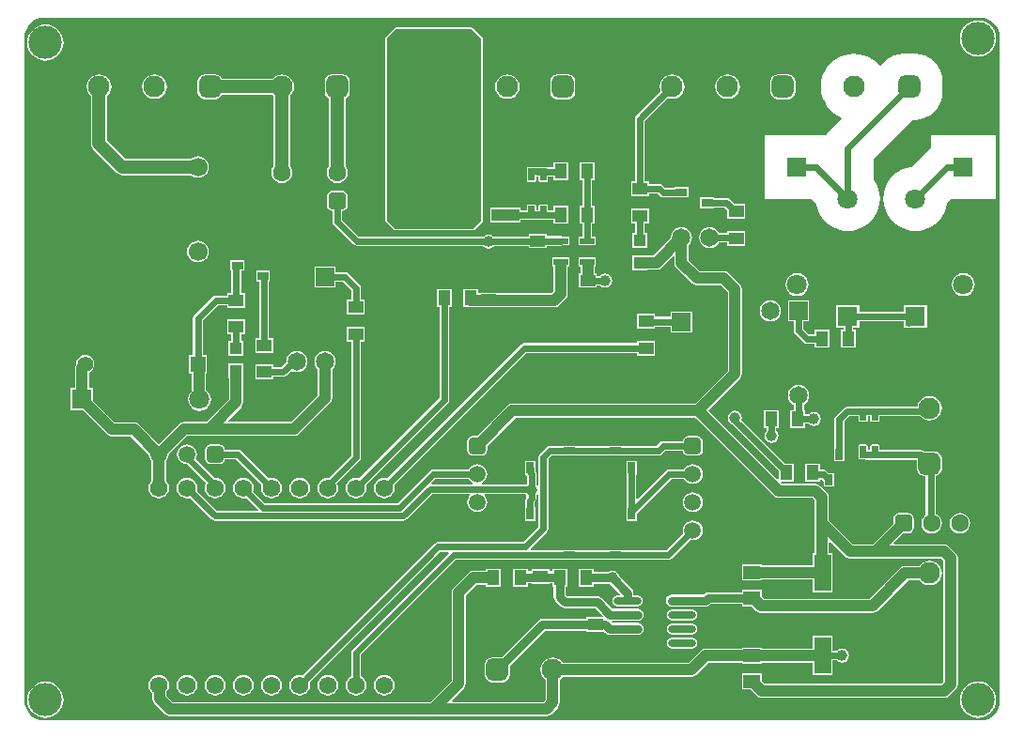
<source format=gtl>
G04*
G04 #@! TF.GenerationSoftware,Altium Limited,Altium Designer,24.5.2 (23)*
G04*
G04 Layer_Physical_Order=1*
G04 Layer_Color=255*
%FSLAX24Y24*%
%MOIN*%
G70*
G04*
G04 #@! TF.SameCoordinates,E7139566-C2F9-4FF9-B4CB-33A722262EA0*
G04*
G04*
G04 #@! TF.FilePolarity,Positive*
G04*
G01*
G75*
%ADD20R,0.0650X0.0236*%
%ADD23R,0.0669X0.0394*%
%ADD26R,0.0591X0.0472*%
%ADD27R,0.0591X0.1299*%
%ADD30R,0.0984X0.0433*%
%ADD31R,0.0413X0.0256*%
%ADD32R,0.0256X0.0413*%
%ADD33R,0.0520X0.0220*%
%ADD35O,0.0984X0.0276*%
%ADD62R,0.0551X0.0551*%
%ADD63C,0.0551*%
%ADD64C,0.0669*%
%ADD71R,0.0433X0.0531*%
%ADD72R,0.0276X0.0394*%
%ADD73R,0.0531X0.0433*%
%ADD74R,0.0394X0.0531*%
%ADD75R,0.0433X0.0433*%
%ADD76R,0.0394X0.0276*%
%ADD77R,0.2559X0.2323*%
%ADD78R,0.0531X0.0394*%
%ADD79C,0.0236*%
%ADD80C,0.0394*%
%ADD81C,0.0315*%
%ADD82C,0.0472*%
%ADD83C,0.0650*%
%ADD84R,0.0650X0.0650*%
G04:AMPARAMS|DCode=85|XSize=63mil|YSize=63mil|CornerRadius=15.7mil|HoleSize=0mil|Usage=FLASHONLY|Rotation=0.000|XOffset=0mil|YOffset=0mil|HoleType=Round|Shape=RoundedRectangle|*
%AMROUNDEDRECTD85*
21,1,0.0630,0.0315,0,0,0.0*
21,1,0.0315,0.0630,0,0,0.0*
1,1,0.0315,0.0157,-0.0157*
1,1,0.0315,-0.0157,-0.0157*
1,1,0.0315,-0.0157,0.0157*
1,1,0.0315,0.0157,0.0157*
%
%ADD85ROUNDEDRECTD85*%
%ADD86C,0.0630*%
G04:AMPARAMS|DCode=87|XSize=76.8mil|YSize=76.8mil|CornerRadius=19.2mil|HoleSize=0mil|Usage=FLASHONLY|Rotation=90.000|XOffset=0mil|YOffset=0mil|HoleType=Round|Shape=RoundedRectangle|*
%AMROUNDEDRECTD87*
21,1,0.0768,0.0384,0,0,90.0*
21,1,0.0384,0.0768,0,0,90.0*
1,1,0.0384,0.0192,0.0192*
1,1,0.0384,0.0192,-0.0192*
1,1,0.0384,-0.0192,-0.0192*
1,1,0.0384,-0.0192,0.0192*
%
%ADD87ROUNDEDRECTD87*%
%ADD88C,0.0768*%
%ADD89R,0.0620X0.0620*%
%ADD90C,0.0620*%
G04:AMPARAMS|DCode=91|XSize=63mil|YSize=63mil|CornerRadius=15.7mil|HoleSize=0mil|Usage=FLASHONLY|Rotation=90.000|XOffset=0mil|YOffset=0mil|HoleType=Round|Shape=RoundedRectangle|*
%AMROUNDEDRECTD91*
21,1,0.0630,0.0315,0,0,90.0*
21,1,0.0315,0.0630,0,0,90.0*
1,1,0.0315,0.0157,0.0157*
1,1,0.0315,0.0157,-0.0157*
1,1,0.0315,-0.0157,-0.0157*
1,1,0.0315,-0.0157,0.0157*
%
%ADD91ROUNDEDRECTD91*%
%ADD92C,0.1181*%
%ADD93C,0.0709*%
%ADD94R,0.0709X0.0709*%
G04:AMPARAMS|DCode=95|XSize=76.8mil|YSize=76.8mil|CornerRadius=19.2mil|HoleSize=0mil|Usage=FLASHONLY|Rotation=180.000|XOffset=0mil|YOffset=0mil|HoleType=Round|Shape=RoundedRectangle|*
%AMROUNDEDRECTD95*
21,1,0.0768,0.0384,0,0,180.0*
21,1,0.0384,0.0768,0,0,180.0*
1,1,0.0384,-0.0192,0.0192*
1,1,0.0384,0.0192,0.0192*
1,1,0.0384,0.0192,-0.0192*
1,1,0.0384,-0.0192,-0.0192*
%
%ADD95ROUNDEDRECTD95*%
%ADD96C,0.0598*%
G04:AMPARAMS|DCode=97|XSize=59.8mil|YSize=59.8mil|CornerRadius=15mil|HoleSize=0mil|Usage=FLASHONLY|Rotation=270.000|XOffset=0mil|YOffset=0mil|HoleType=Round|Shape=RoundedRectangle|*
%AMROUNDEDRECTD97*
21,1,0.0598,0.0299,0,0,270.0*
21,1,0.0299,0.0598,0,0,270.0*
1,1,0.0299,-0.0150,-0.0150*
1,1,0.0299,-0.0150,0.0150*
1,1,0.0299,0.0150,0.0150*
1,1,0.0299,0.0150,-0.0150*
%
%ADD97ROUNDEDRECTD97*%
G04:AMPARAMS|DCode=98|XSize=59.8mil|YSize=59.8mil|CornerRadius=15mil|HoleSize=0mil|Usage=FLASHONLY|Rotation=180.000|XOffset=0mil|YOffset=0mil|HoleType=Round|Shape=RoundedRectangle|*
%AMROUNDEDRECTD98*
21,1,0.0598,0.0299,0,0,180.0*
21,1,0.0299,0.0598,0,0,180.0*
1,1,0.0299,-0.0150,0.0150*
1,1,0.0299,0.0150,0.0150*
1,1,0.0299,0.0150,-0.0150*
1,1,0.0299,-0.0150,-0.0150*
%
%ADD98ROUNDEDRECTD98*%
%ADD99R,0.0709X0.0709*%
%ADD100C,0.0394*%
G36*
X-1069Y25048D02*
X32147Y25048D01*
X32151Y25047D01*
Y25047D01*
X32151Y25048D01*
X32287Y25034D01*
X32418Y24994D01*
X32538Y24930D01*
X32644Y24843D01*
X32731Y24738D01*
X32795Y24617D01*
X32835Y24486D01*
X32848Y24351D01*
X32848Y24350D01*
X32848Y800D01*
X32848Y799D01*
X32835Y664D01*
X32795Y533D01*
X32731Y412D01*
X32644Y307D01*
X32538Y220D01*
X32418Y156D01*
X32287Y116D01*
X32151Y102D01*
X32151Y103D01*
Y103D01*
X32147Y102D01*
X-1069D01*
X-1071Y102D01*
X-1206Y115D01*
X-1336Y155D01*
X-1457Y219D01*
X-1563Y306D01*
X-1649Y412D01*
X-1714Y532D01*
X-1753Y663D01*
X-1767Y798D01*
X-1767Y799D01*
X-1767Y24351D01*
X-1767Y24352D01*
X-1753Y24487D01*
X-1714Y24618D01*
X-1649Y24738D01*
X-1563Y24844D01*
X-1457Y24931D01*
X-1336Y24995D01*
X-1206Y25035D01*
X-1071Y25048D01*
X-1069Y25048D01*
D02*
G37*
%LPC*%
G36*
X32071Y24959D02*
X31946Y24947D01*
X31825Y24910D01*
X31714Y24851D01*
X31616Y24771D01*
X31536Y24673D01*
X31477Y24562D01*
X31440Y24441D01*
X31428Y24316D01*
X31440Y24190D01*
X31477Y24069D01*
X31536Y23958D01*
X31616Y23861D01*
X31714Y23781D01*
X31825Y23721D01*
X31946Y23684D01*
X32071Y23672D01*
X32197Y23684D01*
X32318Y23721D01*
X32429Y23781D01*
X32526Y23861D01*
X32606Y23958D01*
X32666Y24069D01*
X32703Y24190D01*
X32715Y24316D01*
X32703Y24441D01*
X32666Y24562D01*
X32606Y24673D01*
X32526Y24771D01*
X32429Y24851D01*
X32318Y24910D01*
X32197Y24947D01*
X32071Y24959D01*
D02*
G37*
G36*
X-1023Y24809D02*
X-1149Y24797D01*
X-1270Y24760D01*
X-1381Y24701D01*
X-1478Y24621D01*
X-1558Y24523D01*
X-1618Y24412D01*
X-1655Y24291D01*
X-1667Y24166D01*
X-1655Y24040D01*
X-1618Y23919D01*
X-1558Y23808D01*
X-1478Y23711D01*
X-1381Y23631D01*
X-1270Y23571D01*
X-1149Y23534D01*
X-1023Y23522D01*
X-898Y23534D01*
X-777Y23571D01*
X-666Y23631D01*
X-568Y23711D01*
X-488Y23808D01*
X-429Y23919D01*
X-392Y24040D01*
X-380Y24166D01*
X-392Y24291D01*
X-429Y24412D01*
X-488Y24523D01*
X-568Y24621D01*
X-666Y24701D01*
X-777Y24760D01*
X-898Y24797D01*
X-1023Y24809D01*
D02*
G37*
G36*
X29826Y23776D02*
X29442D01*
X29250Y23757D01*
X29066Y23701D01*
X28896Y23610D01*
X28746Y23488D01*
X28632Y23349D01*
X28576Y23338D01*
X28497Y23431D01*
X28356Y23551D01*
X28199Y23647D01*
X28029Y23717D01*
X27850Y23760D01*
X27666Y23775D01*
X27482Y23760D01*
X27303Y23717D01*
X27132Y23647D01*
X26975Y23551D01*
X26835Y23431D01*
X26715Y23291D01*
X26619Y23133D01*
X26548Y22963D01*
X26505Y22784D01*
X26491Y22600D01*
X26505Y22416D01*
X26548Y22237D01*
X26619Y22067D01*
X26715Y21909D01*
X26835Y21769D01*
X26975Y21649D01*
X27132Y21553D01*
X27210Y21521D01*
X27220Y21472D01*
X26807Y21059D01*
X26693Y20921D01*
X26677Y20890D01*
X24508D01*
Y18606D01*
X26180D01*
X26317Y18470D01*
X26319Y18444D01*
X26361Y18269D01*
X26430Y18103D01*
X26523Y17950D01*
X26640Y17813D01*
X26777Y17697D01*
X26930Y17603D01*
X27096Y17534D01*
X27271Y17492D01*
X27450Y17478D01*
X27629Y17492D01*
X27804Y17534D01*
X27970Y17603D01*
X28123Y17697D01*
X28260Y17813D01*
X28377Y17950D01*
X28470Y18103D01*
X28539Y18269D01*
X28581Y18444D01*
X28595Y18623D01*
X28581Y18802D01*
X28539Y18977D01*
X28470Y19143D01*
X28377Y19296D01*
X28360Y19316D01*
Y20039D01*
X29745Y21424D01*
X29826D01*
X30018Y21443D01*
X30203Y21499D01*
X30373Y21590D01*
X30522Y21712D01*
X30644Y21861D01*
X30735Y22031D01*
X30791Y22216D01*
X30810Y22408D01*
Y22792D01*
X30791Y22984D01*
X30735Y23169D01*
X30644Y23339D01*
X30522Y23488D01*
X30373Y23610D01*
X30203Y23701D01*
X30018Y23757D01*
X29826Y23776D01*
D02*
G37*
G36*
X23182Y23038D02*
X23068Y23023D01*
X22963Y22979D01*
X22872Y22909D01*
X22803Y22819D01*
X22759Y22713D01*
X22744Y22600D01*
X22759Y22487D01*
X22803Y22381D01*
X22872Y22291D01*
X22963Y22221D01*
X23068Y22177D01*
X23182Y22162D01*
X23295Y22177D01*
X23400Y22221D01*
X23491Y22291D01*
X23560Y22381D01*
X23604Y22487D01*
X23619Y22600D01*
X23604Y22713D01*
X23560Y22819D01*
X23491Y22909D01*
X23400Y22979D01*
X23295Y23023D01*
X23182Y23038D01*
D02*
G37*
G36*
X21213D02*
X21100Y23023D01*
X20994Y22979D01*
X20904Y22909D01*
X20834Y22819D01*
X20790Y22713D01*
X20775Y22600D01*
X20790Y22487D01*
X20810Y22439D01*
X19949Y21579D01*
X19912Y21523D01*
X19899Y21457D01*
Y19239D01*
X19755D01*
Y18706D01*
X20386D01*
Y18801D01*
X20707D01*
X20779Y18729D01*
X20834Y18692D01*
X20900Y18679D01*
X21300D01*
Y18662D01*
X21794D01*
Y19038D01*
X21300D01*
Y19021D01*
X20971D01*
X20899Y19094D01*
X20843Y19131D01*
X20778Y19144D01*
X20386D01*
Y19239D01*
X20242D01*
Y21386D01*
X21052Y22197D01*
X21100Y22177D01*
X21213Y22162D01*
X21326Y22177D01*
X21432Y22221D01*
X21522Y22291D01*
X21592Y22381D01*
X21636Y22487D01*
X21651Y22600D01*
X21636Y22713D01*
X21592Y22819D01*
X21522Y22909D01*
X21432Y22979D01*
X21326Y23023D01*
X21213Y23038D01*
D02*
G37*
G36*
X15366D02*
X15252Y23023D01*
X15147Y22979D01*
X15056Y22909D01*
X14987Y22819D01*
X14943Y22713D01*
X14928Y22600D01*
X14943Y22487D01*
X14987Y22381D01*
X15056Y22291D01*
X15147Y22221D01*
X15252Y22177D01*
X15366Y22162D01*
X15479Y22177D01*
X15585Y22221D01*
X15675Y22291D01*
X15745Y22381D01*
X15788Y22487D01*
X15803Y22600D01*
X15788Y22713D01*
X15745Y22819D01*
X15675Y22909D01*
X15585Y22979D01*
X15479Y23023D01*
X15366Y23038D01*
D02*
G37*
G36*
X2850D02*
X2737Y23023D01*
X2631Y22979D01*
X2541Y22909D01*
X2471Y22819D01*
X2427Y22713D01*
X2412Y22600D01*
X2427Y22487D01*
X2471Y22381D01*
X2541Y22291D01*
X2631Y22221D01*
X2737Y22177D01*
X2850Y22162D01*
X2963Y22177D01*
X3069Y22221D01*
X3159Y22291D01*
X3229Y22381D01*
X3273Y22487D01*
X3288Y22600D01*
X3273Y22713D01*
X3229Y22819D01*
X3159Y22909D01*
X3069Y22979D01*
X2963Y23023D01*
X2850Y23038D01*
D02*
G37*
G36*
X25342Y23039D02*
X24958D01*
X24864Y23020D01*
X24784Y22966D01*
X24730Y22886D01*
X24711Y22792D01*
Y22408D01*
X24730Y22314D01*
X24784Y22234D01*
X24864Y22180D01*
X24958Y22161D01*
X25342D01*
X25436Y22180D01*
X25516Y22234D01*
X25570Y22314D01*
X25589Y22408D01*
Y22792D01*
X25570Y22886D01*
X25516Y22966D01*
X25436Y23020D01*
X25342Y23039D01*
D02*
G37*
G36*
X17526D02*
X17142D01*
X17048Y23020D01*
X16968Y22966D01*
X16914Y22886D01*
X16896Y22792D01*
Y22408D01*
X16914Y22314D01*
X16968Y22234D01*
X17048Y22180D01*
X17142Y22161D01*
X17526D01*
X17621Y22180D01*
X17701Y22234D01*
X17754Y22314D01*
X17773Y22408D01*
Y22792D01*
X17754Y22886D01*
X17701Y22966D01*
X17621Y23020D01*
X17526Y23039D01*
D02*
G37*
G36*
X882Y23038D02*
X768Y23023D01*
X663Y22979D01*
X572Y22909D01*
X503Y22819D01*
X459Y22713D01*
X444Y22600D01*
X459Y22487D01*
X503Y22381D01*
X572Y22291D01*
X593Y22275D01*
Y20582D01*
X603Y20508D01*
X631Y20438D01*
X677Y20378D01*
X1510Y19546D01*
X1570Y19500D01*
X1639Y19471D01*
X1714Y19461D01*
X4133D01*
X4194Y19414D01*
X4288Y19375D01*
X4388Y19362D01*
X4489Y19375D01*
X4582Y19414D01*
X4663Y19476D01*
X4724Y19556D01*
X4763Y19650D01*
X4776Y19750D01*
X4763Y19850D01*
X4724Y19944D01*
X4663Y20024D01*
X4582Y20086D01*
X4489Y20125D01*
X4388Y20138D01*
X4288Y20125D01*
X4194Y20086D01*
X4133Y20039D01*
X1834D01*
X1170Y20702D01*
Y22275D01*
X1191Y22291D01*
X1260Y22381D01*
X1304Y22487D01*
X1319Y22600D01*
X1304Y22713D01*
X1260Y22819D01*
X1191Y22909D01*
X1100Y22979D01*
X995Y23023D01*
X882Y23038D01*
D02*
G37*
G36*
X17529Y19916D02*
X16996D01*
Y19757D01*
X16435D01*
X16419Y19754D01*
X16110D01*
X16110Y19754D01*
X16060D01*
Y19710D01*
X16056Y19700D01*
Y19271D01*
X16072Y19232D01*
X16110Y19216D01*
X16337D01*
X16375Y19232D01*
X16391Y19271D01*
Y19413D01*
X16479D01*
Y19271D01*
X16495Y19232D01*
X16533Y19216D01*
X16760D01*
X16798Y19232D01*
X16814Y19271D01*
Y19414D01*
X16996D01*
Y19284D01*
X17529D01*
Y19916D01*
D02*
G37*
G36*
X9526Y23039D02*
X9142D01*
X9048Y23020D01*
X8968Y22966D01*
X8914Y22886D01*
X8896Y22792D01*
Y22408D01*
X8914Y22314D01*
X8968Y22234D01*
X9046Y22182D01*
Y19773D01*
X9015Y19734D01*
X8979Y19645D01*
X8966Y19550D01*
X8979Y19455D01*
X9015Y19366D01*
X9074Y19290D01*
X9150Y19231D01*
X9239Y19194D01*
X9334Y19182D01*
X9430Y19194D01*
X9518Y19231D01*
X9595Y19290D01*
X9653Y19366D01*
X9690Y19455D01*
X9702Y19550D01*
X9690Y19645D01*
X9653Y19734D01*
X9623Y19773D01*
Y22182D01*
X9701Y22234D01*
X9754Y22314D01*
X9773Y22408D01*
Y22792D01*
X9754Y22886D01*
X9701Y22966D01*
X9621Y23020D01*
X9526Y23039D01*
D02*
G37*
G36*
X5010D02*
X4627D01*
X4532Y23020D01*
X4452Y22966D01*
X4399Y22886D01*
X4380Y22792D01*
Y22408D01*
X4399Y22314D01*
X4452Y22234D01*
X4532Y22180D01*
X4627Y22161D01*
X5010D01*
X5105Y22180D01*
X5185Y22234D01*
X5237Y22311D01*
X7040D01*
X7056Y22291D01*
X7077Y22275D01*
Y19773D01*
X7047Y19734D01*
X7010Y19645D01*
X6998Y19550D01*
X7010Y19455D01*
X7047Y19366D01*
X7105Y19290D01*
X7182Y19231D01*
X7270Y19194D01*
X7366Y19182D01*
X7461Y19194D01*
X7550Y19231D01*
X7626Y19290D01*
X7685Y19366D01*
X7721Y19455D01*
X7734Y19550D01*
X7721Y19645D01*
X7685Y19734D01*
X7654Y19773D01*
Y22275D01*
X7675Y22291D01*
X7745Y22381D01*
X7788Y22487D01*
X7803Y22600D01*
X7788Y22713D01*
X7745Y22819D01*
X7675Y22909D01*
X7585Y22979D01*
X7479Y23023D01*
X7366Y23038D01*
X7252Y23023D01*
X7147Y22979D01*
X7056Y22909D01*
X7040Y22889D01*
X5237D01*
X5185Y22966D01*
X5105Y23020D01*
X5010Y23039D01*
D02*
G37*
G36*
X16760Y18419D02*
X16533D01*
X16495Y18403D01*
X16479Y18365D01*
Y18222D01*
X16391D01*
Y18365D01*
X16375Y18403D01*
X16337Y18419D01*
X16110D01*
X16072Y18403D01*
X16056Y18365D01*
Y18221D01*
X15842D01*
Y18317D01*
X14758D01*
Y17783D01*
X15842D01*
Y17879D01*
X16108D01*
X16110Y17878D01*
X16760D01*
X16762Y17879D01*
X16996D01*
Y17734D01*
X17529D01*
Y18366D01*
X16996D01*
Y18221D01*
X16814D01*
Y18365D01*
X16798Y18403D01*
X16760Y18419D01*
D02*
G37*
G36*
X22700Y18664D02*
X22206D01*
Y18288D01*
X22700D01*
Y18305D01*
X23076D01*
X23184Y18197D01*
Y17906D01*
X23816D01*
Y18439D01*
X23427D01*
X23268Y18597D01*
X23213Y18634D01*
X23147Y18647D01*
X22700D01*
Y18664D01*
D02*
G37*
G36*
X14100Y24704D02*
X14100Y24704D01*
X11400D01*
X11362Y24688D01*
X11062Y24388D01*
X11046Y24350D01*
X11046Y24350D01*
Y17850D01*
X11062Y17812D01*
X11362Y17512D01*
X11400Y17496D01*
X11400Y17496D01*
X14150D01*
X14188Y17512D01*
X14488Y17812D01*
X14504Y17850D01*
X14504Y17850D01*
Y24300D01*
X14504Y24300D01*
X14488Y24338D01*
X14488Y24338D01*
X14138Y24688D01*
X14100Y24704D01*
D02*
G37*
G36*
X32692Y20890D02*
X30408D01*
Y20455D01*
X30332Y20392D01*
X30332Y20392D01*
X29696Y19756D01*
X29671Y19754D01*
X29496Y19712D01*
X29330Y19644D01*
X29177Y19550D01*
X29040Y19433D01*
X28923Y19296D01*
X28830Y19143D01*
X28761Y18977D01*
X28719Y18802D01*
X28705Y18623D01*
X28719Y18444D01*
X28761Y18269D01*
X28830Y18103D01*
X28923Y17950D01*
X29040Y17813D01*
X29177Y17697D01*
X29330Y17603D01*
X29496Y17534D01*
X29671Y17492D01*
X29850Y17478D01*
X30029Y17492D01*
X30204Y17534D01*
X30370Y17603D01*
X30523Y17697D01*
X30660Y17813D01*
X30777Y17950D01*
X30870Y18103D01*
X30939Y18269D01*
X30981Y18444D01*
X30983Y18470D01*
X31120Y18606D01*
X32692D01*
Y20890D01*
D02*
G37*
G36*
X18474Y19916D02*
X17941D01*
Y19284D01*
X18036D01*
Y18366D01*
X17941D01*
Y17734D01*
X18035D01*
Y17284D01*
X17895D01*
Y16964D01*
X18515D01*
Y17284D01*
X18378D01*
Y17734D01*
X18474D01*
Y18366D01*
X18379D01*
Y19284D01*
X18474D01*
Y19916D01*
D02*
G37*
G36*
X22550Y17628D02*
X22452Y17615D01*
X22361Y17578D01*
X22283Y17517D01*
X22222Y17439D01*
X22185Y17348D01*
X22172Y17250D01*
X22185Y17152D01*
X22222Y17061D01*
X22283Y16983D01*
X22361Y16922D01*
X22452Y16885D01*
X22550Y16872D01*
X22648Y16885D01*
X22739Y16922D01*
X22817Y16983D01*
X22878Y17061D01*
X22880Y17067D01*
X23184D01*
Y16961D01*
X23816D01*
Y17494D01*
X23184D01*
Y17410D01*
X22890D01*
X22878Y17439D01*
X22817Y17517D01*
X22739Y17578D01*
X22648Y17615D01*
X22550Y17628D01*
D02*
G37*
G36*
X20386Y18294D02*
X19755D01*
Y17761D01*
X19899D01*
Y17410D01*
X19804D01*
Y16877D01*
X20337D01*
Y17410D01*
X20242D01*
Y17761D01*
X20386D01*
Y18294D01*
D02*
G37*
G36*
X9492Y18919D02*
X9177D01*
X9096Y18903D01*
X9027Y18857D01*
X8981Y18788D01*
X8965Y18707D01*
Y18393D01*
X8981Y18312D01*
X9027Y18243D01*
X9096Y18197D01*
X9163Y18184D01*
Y17816D01*
X9176Y17750D01*
X9213Y17695D01*
X9906Y17001D01*
X9962Y16964D01*
X10028Y16951D01*
X14503D01*
X14522Y16922D01*
X14604Y16867D01*
X14700Y16848D01*
X14796Y16867D01*
X14878Y16922D01*
X14897Y16951D01*
X16119D01*
Y16876D01*
X16751D01*
Y16952D01*
X17264D01*
X17326Y16964D01*
X17575D01*
Y17284D01*
X17322D01*
X17265Y17295D01*
X17261Y17295D01*
X16751D01*
Y17369D01*
X16119D01*
Y17294D01*
X14854D01*
X14796Y17333D01*
X14700Y17352D01*
X14604Y17333D01*
X14546Y17294D01*
X10098D01*
X9506Y17887D01*
Y18184D01*
X9573Y18197D01*
X9641Y18243D01*
X9687Y18312D01*
X9703Y18393D01*
Y18707D01*
X9687Y18788D01*
X9641Y18857D01*
X9573Y18903D01*
X9492Y18919D01*
D02*
G37*
G36*
X21550Y17628D02*
X21452Y17615D01*
X21361Y17578D01*
X21283Y17517D01*
X21222Y17439D01*
X21185Y17348D01*
X21172Y17250D01*
X21174Y17230D01*
X20552Y16608D01*
X20337D01*
Y16623D01*
X19804D01*
Y16090D01*
X20337D01*
Y16105D01*
X20656D01*
X20753Y16124D01*
X20834Y16178D01*
X21252Y16596D01*
X21298Y16577D01*
Y16350D01*
X21317Y16254D01*
X21372Y16172D01*
X21922Y15622D01*
X22004Y15567D01*
X22100Y15548D01*
X22946D01*
X23198Y15296D01*
Y12504D01*
X22046Y11352D01*
X15550D01*
X15454Y11333D01*
X15372Y11278D01*
X14297Y10203D01*
X14150D01*
X14073Y10188D01*
X14006Y10144D01*
X13962Y10077D01*
X13947Y10000D01*
Y9700D01*
X13962Y9623D01*
X14006Y9556D01*
X14073Y9512D01*
X14150Y9497D01*
X14450D01*
X14527Y9512D01*
X14594Y9556D01*
X14638Y9623D01*
X14653Y9700D01*
Y9847D01*
X15654Y10848D01*
X22046D01*
X24822Y8072D01*
X24904Y8017D01*
X25000Y7998D01*
X26188D01*
X26271Y7915D01*
Y7100D01*
Y6050D01*
X26215D01*
Y5602D01*
X24385D01*
Y5636D01*
X23695D01*
Y5064D01*
X24385D01*
Y5098D01*
X26215D01*
Y4650D01*
X26905D01*
Y6050D01*
X26774D01*
Y6427D01*
X26820Y6446D01*
X27344Y5922D01*
X27426Y5867D01*
X27522Y5848D01*
X30765D01*
X30848Y5765D01*
Y1485D01*
X30765Y1402D01*
X24509D01*
X24385Y1526D01*
Y1781D01*
X23695D01*
Y1208D01*
X23991D01*
X24227Y972D01*
X24309Y917D01*
X24405Y898D01*
X30869D01*
X30966Y917D01*
X31047Y972D01*
X31278Y1203D01*
X31333Y1284D01*
X31352Y1381D01*
Y5869D01*
X31333Y5966D01*
X31278Y6047D01*
X31047Y6278D01*
X30966Y6333D01*
X30869Y6352D01*
X29098D01*
X29079Y6398D01*
X29412Y6731D01*
X29582D01*
X29663Y6747D01*
X29732Y6793D01*
X29778Y6862D01*
X29794Y6943D01*
Y7257D01*
X29778Y7338D01*
X29732Y7407D01*
X29663Y7453D01*
X29582Y7469D01*
X29267D01*
X29186Y7453D01*
X29118Y7407D01*
X29072Y7338D01*
X29056Y7257D01*
Y7087D01*
X28321Y6352D01*
X27627D01*
X26774Y7204D01*
Y8019D01*
X26755Y8116D01*
X26700Y8197D01*
X26470Y8428D01*
X26388Y8483D01*
X26292Y8502D01*
X25104D01*
X25068Y8538D01*
X25087Y8584D01*
X25522D01*
Y9216D01*
X25231D01*
X23684Y10762D01*
X23702Y10850D01*
X23683Y10946D01*
X23628Y11028D01*
X23546Y11083D01*
X23450Y11102D01*
X23354Y11083D01*
X23272Y11028D01*
X23217Y10946D01*
X23198Y10850D01*
X23217Y10754D01*
X23272Y10672D01*
X23346Y10623D01*
X23359Y10603D01*
X24989Y8973D01*
Y8683D01*
X24942Y8664D01*
X22506Y11100D01*
X23628Y12222D01*
X23683Y12304D01*
X23702Y12400D01*
Y15400D01*
X23683Y15496D01*
X23628Y15578D01*
X23228Y15978D01*
X23146Y16033D01*
X23050Y16052D01*
X22204D01*
X21802Y16454D01*
Y16970D01*
X21817Y16983D01*
X21878Y17061D01*
X21915Y17152D01*
X21928Y17250D01*
X21915Y17348D01*
X21878Y17439D01*
X21817Y17517D01*
X21739Y17578D01*
X21648Y17615D01*
X21550Y17628D01*
D02*
G37*
G36*
X4388Y17138D02*
X4288Y17125D01*
X4194Y17086D01*
X4114Y17024D01*
X4052Y16944D01*
X4013Y16850D01*
X4000Y16750D01*
X4013Y16650D01*
X4052Y16556D01*
X4114Y16476D01*
X4194Y16414D01*
X4288Y16375D01*
X4388Y16362D01*
X4489Y16375D01*
X4582Y16414D01*
X4663Y16476D01*
X4724Y16556D01*
X4763Y16650D01*
X4776Y16750D01*
X4763Y16850D01*
X4724Y16944D01*
X4663Y17024D01*
X4582Y17086D01*
X4489Y17125D01*
X4388Y17138D01*
D02*
G37*
G36*
X18515Y16536D02*
X17895D01*
Y16216D01*
X17970D01*
Y15967D01*
X17906D01*
Y15473D01*
X18198D01*
X18222Y15468D01*
X18246Y15473D01*
X18538D01*
Y15549D01*
X18654D01*
X18658Y15542D01*
X18740Y15487D01*
X18836Y15468D01*
X18932Y15487D01*
X19014Y15542D01*
X19069Y15624D01*
X19088Y15720D01*
X19069Y15816D01*
X19014Y15898D01*
X18932Y15952D01*
X18836Y15972D01*
X18740Y15952D01*
X18658Y15898D01*
X18654Y15891D01*
X18538D01*
Y15967D01*
X18474D01*
Y16216D01*
X18515D01*
Y16536D01*
D02*
G37*
G36*
X17265Y16541D02*
X17241Y16536D01*
X16955D01*
Y16216D01*
X17013D01*
Y15359D01*
X16930Y15276D01*
X15031D01*
Y15288D01*
X14808D01*
X14784Y15293D01*
X14715D01*
X14691Y15288D01*
X14399D01*
Y15276D01*
X14339D01*
Y15416D01*
X13806D01*
Y14784D01*
X14012D01*
X14072Y14772D01*
X14715D01*
X14758Y14781D01*
X14801Y14772D01*
X17034D01*
X17131Y14791D01*
X17212Y14846D01*
X17443Y15077D01*
X17498Y15158D01*
X17517Y15255D01*
Y16216D01*
X17575D01*
Y16536D01*
X17289D01*
X17265Y16541D01*
D02*
G37*
G36*
X31550Y15983D02*
X31444Y15969D01*
X31346Y15928D01*
X31262Y15863D01*
X31197Y15779D01*
X31156Y15681D01*
X31142Y15575D01*
X31156Y15469D01*
X31197Y15371D01*
X31262Y15287D01*
X31346Y15222D01*
X31444Y15181D01*
X31550Y15167D01*
X31656Y15181D01*
X31754Y15222D01*
X31838Y15287D01*
X31903Y15371D01*
X31944Y15469D01*
X31958Y15575D01*
X31944Y15681D01*
X31903Y15779D01*
X31838Y15863D01*
X31754Y15928D01*
X31656Y15969D01*
X31550Y15983D01*
D02*
G37*
G36*
X25650D02*
X25544Y15969D01*
X25446Y15928D01*
X25362Y15863D01*
X25297Y15779D01*
X25256Y15681D01*
X25242Y15575D01*
X25256Y15469D01*
X25297Y15371D01*
X25362Y15287D01*
X25446Y15222D01*
X25544Y15181D01*
X25650Y15167D01*
X25756Y15181D01*
X25854Y15222D01*
X25938Y15287D01*
X26003Y15371D01*
X26044Y15469D01*
X26058Y15575D01*
X26044Y15681D01*
X26003Y15779D01*
X25938Y15863D01*
X25854Y15928D01*
X25756Y15969D01*
X25650Y15983D01*
D02*
G37*
G36*
X6044Y16438D02*
X5550D01*
Y16062D01*
X5579D01*
Y15289D01*
X5434D01*
Y15194D01*
X5022D01*
X4957Y15181D01*
X4901Y15144D01*
X4267Y14509D01*
X4230Y14454D01*
X4217Y14388D01*
Y13076D01*
X4063D01*
Y12424D01*
X4167D01*
Y11793D01*
X4162Y11788D01*
X4097Y11704D01*
X4056Y11606D01*
X4042Y11500D01*
X4056Y11394D01*
X4097Y11296D01*
X4162Y11212D01*
X4246Y11147D01*
X4344Y11106D01*
X4450Y11092D01*
X4556Y11106D01*
X4654Y11147D01*
X4738Y11212D01*
X4803Y11296D01*
X4844Y11394D01*
X4858Y11500D01*
X4844Y11606D01*
X4803Y11704D01*
X4738Y11788D01*
X4671Y11840D01*
Y12424D01*
X4714D01*
Y13076D01*
X4560D01*
Y14317D01*
X5093Y14851D01*
X5434D01*
Y14756D01*
X6066D01*
Y15289D01*
X5921D01*
Y16062D01*
X6044D01*
Y16438D01*
D02*
G37*
G36*
X30254Y14854D02*
X29446D01*
Y14621D01*
X27854D01*
Y14854D01*
X27046D01*
Y14046D01*
X27301D01*
Y13966D01*
X27206D01*
Y13334D01*
X27739D01*
Y13966D01*
X27644D01*
Y14046D01*
X27854D01*
Y14279D01*
X29446D01*
Y14230D01*
X29442Y14214D01*
X29446Y14197D01*
Y14046D01*
X29597D01*
X29614Y14042D01*
X29630Y14046D01*
X30254D01*
Y14854D01*
D02*
G37*
G36*
X9275Y16225D02*
X8525D01*
Y15475D01*
X9275D01*
Y15679D01*
X9529D01*
X9829Y15379D01*
Y15039D01*
X9684D01*
Y14506D01*
X10316D01*
Y15039D01*
X10171D01*
Y15450D01*
X10158Y15516D01*
X10121Y15571D01*
X9721Y15971D01*
X9666Y16008D01*
X9600Y16021D01*
X9275D01*
Y16225D01*
D02*
G37*
G36*
X21925Y14625D02*
X21175D01*
Y14433D01*
X20616D01*
Y14539D01*
X19984D01*
Y14006D01*
X20616D01*
Y14090D01*
X21175D01*
Y13875D01*
X21925D01*
Y14625D01*
D02*
G37*
G36*
X24700Y15028D02*
X24602Y15015D01*
X24511Y14978D01*
X24433Y14917D01*
X24372Y14839D01*
X24335Y14748D01*
X24322Y14650D01*
X24335Y14552D01*
X24372Y14461D01*
X24433Y14383D01*
X24511Y14322D01*
X24602Y14285D01*
X24700Y14272D01*
X24798Y14285D01*
X24889Y14322D01*
X24967Y14383D01*
X25028Y14461D01*
X25065Y14552D01*
X25078Y14650D01*
X25065Y14748D01*
X25028Y14839D01*
X24967Y14917D01*
X24889Y14978D01*
X24798Y15015D01*
X24700Y15028D01*
D02*
G37*
G36*
X26075Y15025D02*
X25325D01*
Y14275D01*
X25529D01*
Y13950D01*
X25542Y13884D01*
X25579Y13829D01*
X25879Y13529D01*
X25934Y13492D01*
X26000Y13479D01*
X26261D01*
Y13334D01*
X26794D01*
Y13966D01*
X26261D01*
Y13821D01*
X26071D01*
X25871Y14021D01*
Y14275D01*
X26075D01*
Y15025D01*
D02*
G37*
G36*
X6950Y16064D02*
X6456D01*
Y15688D01*
X6555D01*
Y13689D01*
X6434D01*
Y13156D01*
X7066D01*
Y13689D01*
X6898D01*
Y15688D01*
X6950D01*
Y16064D01*
D02*
G37*
G36*
X20616Y13594D02*
X19984D01*
Y13499D01*
X15978D01*
X15912Y13486D01*
X15856Y13449D01*
X11104Y8697D01*
X11094Y8701D01*
X11000Y8713D01*
X10906Y8701D01*
X10818Y8664D01*
X10743Y8607D01*
X10686Y8532D01*
X10649Y8444D01*
X10637Y8350D01*
X10649Y8256D01*
X10686Y8168D01*
X10743Y8093D01*
X10818Y8036D01*
X10906Y7999D01*
X11000Y7987D01*
X11094Y7999D01*
X11182Y8036D01*
X11257Y8093D01*
X11314Y8168D01*
X11351Y8256D01*
X11363Y8350D01*
X11351Y8444D01*
X11347Y8454D01*
X16049Y13156D01*
X19984D01*
Y13061D01*
X20616D01*
Y13594D01*
D02*
G37*
G36*
X6066Y14344D02*
X5434D01*
Y13811D01*
X5579D01*
Y13567D01*
X5483D01*
Y13033D01*
X6017D01*
Y13567D01*
X5921D01*
Y13811D01*
X6066D01*
Y14344D01*
D02*
G37*
G36*
X7900Y13228D02*
X7802Y13215D01*
X7711Y13178D01*
X7633Y13117D01*
X7572Y13039D01*
X7535Y12948D01*
X7522Y12850D01*
X7525Y12829D01*
X7345Y12649D01*
X7066D01*
Y12744D01*
X6434D01*
Y12211D01*
X7066D01*
Y12306D01*
X7416D01*
X7481Y12319D01*
X7537Y12356D01*
X7706Y12526D01*
X7711Y12522D01*
X7802Y12485D01*
X7900Y12472D01*
X7998Y12485D01*
X8089Y12522D01*
X8167Y12583D01*
X8228Y12661D01*
X8265Y12752D01*
X8278Y12850D01*
X8265Y12948D01*
X8228Y13039D01*
X8167Y13117D01*
X8089Y13178D01*
X7998Y13215D01*
X7900Y13228D01*
D02*
G37*
G36*
X30350Y11622D02*
X30237Y11607D01*
X30131Y11563D01*
X30041Y11494D01*
X29971Y11403D01*
X29927Y11298D01*
X29920Y11239D01*
X28527D01*
X28525Y11240D01*
X27875D01*
X27873Y11239D01*
X27418D01*
X27352Y11226D01*
X27297Y11189D01*
X27029Y10921D01*
X26992Y10866D01*
X26979Y10800D01*
Y9800D01*
X26962D01*
Y9306D01*
X27338D01*
Y9800D01*
X27321D01*
Y10729D01*
X27489Y10896D01*
X27821D01*
Y10753D01*
X27837Y10714D01*
X27875Y10699D01*
X28102D01*
X28140Y10714D01*
X28156Y10753D01*
Y10895D01*
X28244D01*
Y10753D01*
X28260Y10714D01*
X28298Y10699D01*
X28525D01*
X28563Y10714D01*
X28579Y10753D01*
Y10896D01*
X30024D01*
X30041Y10875D01*
X30131Y10805D01*
X30237Y10762D01*
X30350Y10747D01*
X30463Y10762D01*
X30569Y10805D01*
X30659Y10875D01*
X30729Y10965D01*
X30773Y11071D01*
X30788Y11184D01*
X30773Y11298D01*
X30729Y11403D01*
X30659Y11494D01*
X30569Y11563D01*
X30463Y11607D01*
X30350Y11622D01*
D02*
G37*
G36*
X8900Y13228D02*
X8802Y13215D01*
X8711Y13178D01*
X8633Y13117D01*
X8572Y13039D01*
X8535Y12948D01*
X8522Y12850D01*
X8535Y12752D01*
X8572Y12661D01*
X8633Y12583D01*
X8648Y12570D01*
Y11654D01*
X7705Y10711D01*
X5483D01*
X5463Y10758D01*
X5928Y11222D01*
X5983Y11304D01*
X6002Y11400D01*
Y12246D01*
X6017D01*
Y12779D01*
X5483D01*
Y12246D01*
X5498D01*
Y11504D01*
X4705Y10711D01*
X3910D01*
X3813Y10692D01*
X3732Y10638D01*
X3000Y9906D01*
X2297Y10609D01*
X2215Y10664D01*
X2119Y10683D01*
X1450D01*
X681Y11452D01*
Y11904D01*
X528D01*
Y12456D01*
X552Y12466D01*
X620Y12518D01*
X673Y12586D01*
X705Y12665D01*
X717Y12750D01*
X705Y12835D01*
X673Y12914D01*
X620Y12982D01*
X552Y13034D01*
X473Y13067D01*
X388Y13078D01*
X303Y13067D01*
X224Y13034D01*
X156Y12982D01*
X104Y12914D01*
X71Y12835D01*
X60Y12750D01*
X64Y12721D01*
X44Y12692D01*
X25Y12596D01*
Y11904D01*
X-128D01*
Y11096D01*
X325D01*
X1168Y10253D01*
X1249Y10199D01*
X1346Y10179D01*
X2015D01*
X2648Y9546D01*
X2660Y9459D01*
X2695Y9374D01*
X2748Y9304D01*
Y8611D01*
X2743Y8607D01*
X2686Y8532D01*
X2649Y8444D01*
X2637Y8350D01*
X2649Y8256D01*
X2686Y8168D01*
X2743Y8093D01*
X2818Y8036D01*
X2906Y7999D01*
X3000Y7987D01*
X3094Y7999D01*
X3182Y8036D01*
X3257Y8093D01*
X3314Y8168D01*
X3351Y8256D01*
X3363Y8350D01*
X3351Y8444D01*
X3314Y8532D01*
X3257Y8607D01*
X3252Y8611D01*
Y9304D01*
X3305Y9374D01*
X3340Y9459D01*
X3352Y9546D01*
X4014Y10208D01*
X7810D01*
X7906Y10227D01*
X7988Y10282D01*
X9078Y11372D01*
X9133Y11454D01*
X9152Y11550D01*
X9152Y11550D01*
Y12570D01*
X9167Y12583D01*
X9228Y12661D01*
X9265Y12752D01*
X9278Y12850D01*
X9265Y12948D01*
X9228Y13039D01*
X9167Y13117D01*
X9089Y13178D01*
X8998Y13215D01*
X8900Y13228D01*
D02*
G37*
G36*
X25700Y12028D02*
X25602Y12015D01*
X25511Y11978D01*
X25433Y11917D01*
X25372Y11839D01*
X25335Y11748D01*
X25322Y11650D01*
X25335Y11552D01*
X25372Y11461D01*
X25433Y11383D01*
X25511Y11322D01*
X25542Y11309D01*
Y11116D01*
X25406D01*
Y10484D01*
X25939D01*
Y10629D01*
X26068D01*
X26072Y10622D01*
X26154Y10567D01*
X26250Y10548D01*
X26346Y10567D01*
X26428Y10622D01*
X26483Y10704D01*
X26502Y10800D01*
X26483Y10896D01*
X26428Y10978D01*
X26346Y11033D01*
X26250Y11052D01*
X26154Y11033D01*
X26072Y10978D01*
X26068Y10971D01*
X25939D01*
Y11116D01*
X25885D01*
Y11321D01*
X25889Y11322D01*
X25967Y11383D01*
X26028Y11461D01*
X26065Y11552D01*
X26078Y11650D01*
X26065Y11748D01*
X26028Y11839D01*
X25967Y11917D01*
X25889Y11978D01*
X25798Y12015D01*
X25700Y12028D01*
D02*
G37*
G36*
X24994Y11116D02*
X24461D01*
Y10484D01*
X24567D01*
Y10371D01*
X24517Y10296D01*
X24498Y10200D01*
X24517Y10104D01*
X24572Y10022D01*
X24654Y9967D01*
X24750Y9948D01*
X24846Y9967D01*
X24928Y10022D01*
X24983Y10104D01*
X25002Y10200D01*
X24983Y10296D01*
X24928Y10378D01*
X24910Y10390D01*
Y10484D01*
X24994D01*
Y11116D01*
D02*
G37*
G36*
X22100Y10203D02*
X21800D01*
X21723Y10188D01*
X21656Y10144D01*
X21612Y10077D01*
X21601Y10021D01*
X20900D01*
X20834Y10008D01*
X20779Y9971D01*
X20656Y9848D01*
X19474D01*
Y9855D01*
X18960D01*
Y9848D01*
X17840D01*
Y9855D01*
X17326D01*
Y9848D01*
X16877D01*
X16811Y9835D01*
X16756Y9798D01*
X16529Y9571D01*
X16492Y9516D01*
X16479Y9450D01*
Y8462D01*
X16429Y8440D01*
X16410Y8457D01*
Y8840D01*
X16397Y8906D01*
X16360Y8961D01*
X16358Y8963D01*
Y9057D01*
X16355Y9074D01*
Y9324D01*
X15999D01*
Y8810D01*
X16039D01*
X16065Y8771D01*
X16067Y8769D01*
Y8489D01*
X14471D01*
X14461Y8539D01*
X14476Y8545D01*
X14549Y8601D01*
X14605Y8674D01*
X14640Y8759D01*
X14652Y8850D01*
X14640Y8941D01*
X14605Y9026D01*
X14549Y9099D01*
X14476Y9155D01*
X14391Y9190D01*
X14300Y9202D01*
X14209Y9190D01*
X14124Y9155D01*
X14051Y9099D01*
X13995Y9026D01*
X13993Y9021D01*
X12750D01*
X12684Y9008D01*
X12629Y8971D01*
X11479Y7821D01*
X6771D01*
X6347Y8246D01*
X6351Y8256D01*
X6363Y8350D01*
X6351Y8444D01*
X6314Y8532D01*
X6257Y8607D01*
X6182Y8664D01*
X6094Y8701D01*
X6000Y8713D01*
X5906Y8701D01*
X5818Y8664D01*
X5743Y8607D01*
X5686Y8532D01*
X5649Y8444D01*
X5637Y8350D01*
X5649Y8256D01*
X5686Y8168D01*
X5743Y8093D01*
X5818Y8036D01*
X5906Y7999D01*
X6000Y7987D01*
X6094Y7999D01*
X6104Y8003D01*
X6526Y7581D01*
X6507Y7535D01*
X5057D01*
X4347Y8246D01*
X4351Y8256D01*
X4363Y8350D01*
X4351Y8444D01*
X4314Y8532D01*
X4257Y8607D01*
X4182Y8664D01*
X4094Y8701D01*
X4000Y8713D01*
X3906Y8701D01*
X3818Y8664D01*
X3743Y8607D01*
X3686Y8532D01*
X3649Y8444D01*
X3637Y8350D01*
X3649Y8256D01*
X3686Y8168D01*
X3743Y8093D01*
X3818Y8036D01*
X3906Y7999D01*
X4000Y7987D01*
X4094Y7999D01*
X4104Y8003D01*
X4865Y7243D01*
X4921Y7205D01*
X4986Y7192D01*
X11669D01*
X11734Y7205D01*
X11790Y7243D01*
X12693Y8146D01*
X14035D01*
X14045Y8117D01*
X14049Y8096D01*
X13995Y8026D01*
X13960Y7941D01*
X13948Y7850D01*
X13960Y7759D01*
X13995Y7674D01*
X14051Y7601D01*
X14124Y7545D01*
X14209Y7510D01*
X14300Y7498D01*
X14391Y7510D01*
X14476Y7545D01*
X14549Y7601D01*
X14605Y7674D01*
X14640Y7759D01*
X14652Y7850D01*
X14640Y7941D01*
X14605Y8026D01*
X14551Y8096D01*
X14555Y8117D01*
X14565Y8146D01*
X16007D01*
X16017Y8139D01*
X16042Y8102D01*
X16048Y8098D01*
Y8033D01*
X16018Y7988D01*
X16005Y7922D01*
Y7690D01*
X15999D01*
Y7176D01*
X16355D01*
Y7690D01*
X16348D01*
Y7855D01*
X16378Y7900D01*
X16391Y7965D01*
Y8098D01*
X16398Y8102D01*
X16429Y8148D01*
X16479Y8133D01*
Y6971D01*
X15942Y6434D01*
X12913D01*
X12847Y6421D01*
X12792Y6384D01*
X8104Y1697D01*
X8094Y1701D01*
X8000Y1713D01*
X7906Y1701D01*
X7818Y1664D01*
X7743Y1607D01*
X7686Y1532D01*
X7649Y1444D01*
X7637Y1350D01*
X7649Y1256D01*
X7686Y1168D01*
X7743Y1093D01*
X7818Y1036D01*
X7906Y999D01*
X8000Y987D01*
X8094Y999D01*
X8182Y1036D01*
X8257Y1093D01*
X8314Y1168D01*
X8351Y1256D01*
X8363Y1350D01*
X8351Y1444D01*
X8347Y1454D01*
X12984Y6092D01*
X13284D01*
X13303Y6045D01*
X9879Y2621D01*
X9842Y2566D01*
X9829Y2500D01*
Y1669D01*
X9818Y1664D01*
X9743Y1607D01*
X9686Y1532D01*
X9649Y1444D01*
X9637Y1350D01*
X9649Y1256D01*
X9686Y1168D01*
X9743Y1093D01*
X9818Y1036D01*
X9906Y999D01*
X10000Y987D01*
X10094Y999D01*
X10182Y1036D01*
X10257Y1093D01*
X10314Y1168D01*
X10351Y1256D01*
X10363Y1350D01*
X10351Y1444D01*
X10314Y1532D01*
X10257Y1607D01*
X10182Y1664D01*
X10171Y1669D01*
Y2429D01*
X13548Y5805D01*
X17326D01*
Y5799D01*
X17840D01*
Y5805D01*
X18960D01*
Y5799D01*
X19474D01*
Y5805D01*
X21077D01*
X21142Y5818D01*
X21198Y5856D01*
X21854Y6512D01*
X21859Y6510D01*
X21950Y6498D01*
X22041Y6510D01*
X22126Y6545D01*
X22199Y6601D01*
X22255Y6674D01*
X22290Y6759D01*
X22302Y6850D01*
X22290Y6941D01*
X22255Y7026D01*
X22199Y7099D01*
X22126Y7155D01*
X22041Y7190D01*
X21950Y7202D01*
X21859Y7190D01*
X21774Y7155D01*
X21701Y7099D01*
X21645Y7026D01*
X21610Y6941D01*
X21598Y6850D01*
X21610Y6759D01*
X21612Y6754D01*
X21006Y6148D01*
X19474D01*
Y6155D01*
X18960D01*
Y6148D01*
X17840D01*
Y6155D01*
X17326D01*
Y6148D01*
X16206D01*
X16187Y6194D01*
X16771Y6779D01*
X16808Y6834D01*
X16821Y6900D01*
Y9379D01*
X16948Y9505D01*
X17326D01*
Y9499D01*
X17840D01*
Y9505D01*
X18960D01*
Y9499D01*
X19474D01*
Y9505D01*
X20727D01*
X20792Y9518D01*
X20848Y9556D01*
X20971Y9679D01*
X21601D01*
X21612Y9623D01*
X21656Y9556D01*
X21723Y9512D01*
X21800Y9497D01*
X22100D01*
X22177Y9512D01*
X22244Y9556D01*
X22288Y9623D01*
X22303Y9700D01*
Y10000D01*
X22288Y10077D01*
X22244Y10144D01*
X22177Y10188D01*
X22100Y10203D01*
D02*
G37*
G36*
X28525Y9901D02*
X28298D01*
X28260Y9886D01*
X28244Y9847D01*
Y9705D01*
X28156D01*
Y9847D01*
X28140Y9886D01*
X28102Y9901D01*
X27875D01*
X27837Y9886D01*
X27821Y9847D01*
Y9418D01*
X27825Y9408D01*
Y9364D01*
X27875D01*
X27875Y9364D01*
X28053D01*
X28069Y9361D01*
X29911D01*
Y9024D01*
X29930Y8929D01*
X29984Y8849D01*
X30064Y8796D01*
X30158Y8777D01*
X30216D01*
Y7400D01*
X30165Y7360D01*
X30106Y7284D01*
X30069Y7195D01*
X30057Y7100D01*
X30069Y7005D01*
X30106Y6916D01*
X30165Y6840D01*
X30241Y6781D01*
X30330Y6744D01*
X30425Y6732D01*
X30520Y6744D01*
X30609Y6781D01*
X30685Y6840D01*
X30744Y6916D01*
X30780Y7005D01*
X30793Y7100D01*
X30780Y7195D01*
X30744Y7284D01*
X30685Y7360D01*
X30609Y7419D01*
X30559Y7440D01*
Y8781D01*
X30636Y8796D01*
X30716Y8849D01*
X30770Y8929D01*
X30789Y9024D01*
Y9408D01*
X30770Y9502D01*
X30716Y9582D01*
X30636Y9636D01*
X30542Y9654D01*
X30158D01*
X30154Y9654D01*
X30099Y9691D01*
X30033Y9704D01*
X28579D01*
Y9847D01*
X28563Y9886D01*
X28525Y9901D01*
D02*
G37*
G36*
X10316Y14094D02*
X9684D01*
Y13561D01*
X9829D01*
Y9521D01*
X9018Y8711D01*
X9000Y8713D01*
X8906Y8701D01*
X8818Y8664D01*
X8743Y8607D01*
X8686Y8532D01*
X8649Y8444D01*
X8637Y8350D01*
X8649Y8256D01*
X8686Y8168D01*
X8743Y8093D01*
X8818Y8036D01*
X8906Y7999D01*
X9000Y7987D01*
X9094Y7999D01*
X9182Y8036D01*
X9257Y8093D01*
X9314Y8168D01*
X9351Y8256D01*
X9363Y8350D01*
X9351Y8444D01*
X9317Y8525D01*
X10121Y9329D01*
X10158Y9384D01*
X10171Y9450D01*
Y13561D01*
X10316D01*
Y14094D01*
D02*
G37*
G36*
X13394Y15416D02*
X12861D01*
Y14784D01*
X12956D01*
Y11549D01*
X10104Y8697D01*
X10094Y8701D01*
X10000Y8713D01*
X9906Y8701D01*
X9818Y8664D01*
X9743Y8607D01*
X9686Y8532D01*
X9649Y8444D01*
X9637Y8350D01*
X9649Y8256D01*
X9686Y8168D01*
X9743Y8093D01*
X9818Y8036D01*
X9906Y7999D01*
X10000Y7987D01*
X10094Y7999D01*
X10182Y8036D01*
X10257Y8093D01*
X10314Y8168D01*
X10351Y8256D01*
X10363Y8350D01*
X10351Y8444D01*
X10347Y8454D01*
X13249Y11356D01*
X13286Y11412D01*
X13299Y11478D01*
Y14784D01*
X13394D01*
Y15416D01*
D02*
G37*
G36*
X19955Y9324D02*
X19599D01*
Y8810D01*
X19605D01*
Y7690D01*
X19599D01*
Y7176D01*
X19955D01*
Y7447D01*
X21186Y8679D01*
X21643D01*
X21645Y8674D01*
X21701Y8601D01*
X21774Y8545D01*
X21859Y8510D01*
X21950Y8498D01*
X22041Y8510D01*
X22126Y8545D01*
X22199Y8601D01*
X22255Y8674D01*
X22290Y8759D01*
X22302Y8850D01*
X22290Y8941D01*
X22255Y9026D01*
X22199Y9099D01*
X22126Y9155D01*
X22041Y9190D01*
X21950Y9202D01*
X21859Y9190D01*
X21774Y9155D01*
X21701Y9099D01*
X21645Y9026D01*
X21643Y9021D01*
X21115D01*
X21049Y9008D01*
X20994Y8971D01*
X19994Y7972D01*
X19948Y7991D01*
Y8810D01*
X19955D01*
Y9324D01*
D02*
G37*
G36*
X26467Y9216D02*
X25933D01*
Y8584D01*
X26467D01*
Y8660D01*
X26521D01*
X26588Y8593D01*
Y8400D01*
X26964D01*
Y8894D01*
X26772D01*
X26713Y8952D01*
X26658Y8989D01*
X26592Y9003D01*
X26467D01*
Y9216D01*
D02*
G37*
G36*
X8000Y8713D02*
X7906Y8701D01*
X7818Y8664D01*
X7743Y8607D01*
X7686Y8532D01*
X7649Y8444D01*
X7637Y8350D01*
X7649Y8256D01*
X7686Y8168D01*
X7743Y8093D01*
X7818Y8036D01*
X7906Y7999D01*
X8000Y7987D01*
X8094Y7999D01*
X8182Y8036D01*
X8257Y8093D01*
X8314Y8168D01*
X8351Y8256D01*
X8363Y8350D01*
X8351Y8444D01*
X8314Y8532D01*
X8257Y8607D01*
X8182Y8664D01*
X8094Y8701D01*
X8000Y8713D01*
D02*
G37*
G36*
X5150Y9903D02*
X4850D01*
X4773Y9888D01*
X4706Y9844D01*
X4662Y9777D01*
X4647Y9700D01*
Y9400D01*
X4662Y9323D01*
X4706Y9256D01*
X4773Y9212D01*
X4850Y9197D01*
X5150D01*
X5227Y9212D01*
X5294Y9256D01*
X5338Y9323D01*
X5349Y9379D01*
X5729D01*
X6653Y8454D01*
X6649Y8444D01*
X6637Y8350D01*
X6649Y8256D01*
X6686Y8168D01*
X6743Y8093D01*
X6818Y8036D01*
X6906Y7999D01*
X7000Y7987D01*
X7094Y7999D01*
X7182Y8036D01*
X7257Y8093D01*
X7314Y8168D01*
X7351Y8256D01*
X7363Y8350D01*
X7351Y8444D01*
X7314Y8532D01*
X7257Y8607D01*
X7182Y8664D01*
X7094Y8701D01*
X7000Y8713D01*
X6906Y8701D01*
X6896Y8697D01*
X5921Y9671D01*
X5866Y9708D01*
X5800Y9721D01*
X5349D01*
X5338Y9777D01*
X5294Y9844D01*
X5227Y9888D01*
X5150Y9903D01*
D02*
G37*
G36*
X4000Y9902D02*
X3909Y9890D01*
X3824Y9855D01*
X3751Y9799D01*
X3695Y9726D01*
X3660Y9641D01*
X3648Y9550D01*
X3660Y9459D01*
X3695Y9374D01*
X3751Y9301D01*
X3824Y9245D01*
X3909Y9210D01*
X4000Y9198D01*
X4012Y9199D01*
X4684Y8528D01*
X4649Y8444D01*
X4637Y8350D01*
X4649Y8256D01*
X4686Y8168D01*
X4743Y8093D01*
X4818Y8036D01*
X4906Y7999D01*
X5000Y7987D01*
X5094Y7999D01*
X5182Y8036D01*
X5257Y8093D01*
X5314Y8168D01*
X5351Y8256D01*
X5363Y8350D01*
X5351Y8444D01*
X5314Y8532D01*
X5257Y8607D01*
X5182Y8664D01*
X5094Y8701D01*
X5000Y8713D01*
X4985Y8711D01*
X4310Y9386D01*
X4340Y9459D01*
X4352Y9550D01*
X4340Y9641D01*
X4305Y9726D01*
X4249Y9799D01*
X4176Y9855D01*
X4091Y9890D01*
X4000Y9902D01*
D02*
G37*
G36*
X21950Y8202D02*
X21859Y8190D01*
X21774Y8155D01*
X21701Y8099D01*
X21645Y8026D01*
X21610Y7941D01*
X21598Y7850D01*
X21610Y7759D01*
X21645Y7674D01*
X21701Y7601D01*
X21774Y7545D01*
X21859Y7510D01*
X21950Y7498D01*
X22041Y7510D01*
X22126Y7545D01*
X22199Y7601D01*
X22255Y7674D01*
X22290Y7759D01*
X22302Y7850D01*
X22290Y7941D01*
X22255Y8026D01*
X22199Y8099D01*
X22126Y8155D01*
X22041Y8190D01*
X21950Y8202D01*
D02*
G37*
G36*
X31425Y7468D02*
X31330Y7456D01*
X31241Y7419D01*
X31165Y7360D01*
X31106Y7284D01*
X31069Y7195D01*
X31057Y7100D01*
X31069Y7005D01*
X31106Y6916D01*
X31165Y6840D01*
X31241Y6781D01*
X31330Y6744D01*
X31425Y6732D01*
X31520Y6744D01*
X31609Y6781D01*
X31685Y6840D01*
X31744Y6916D01*
X31780Y7005D01*
X31793Y7100D01*
X31780Y7195D01*
X31744Y7284D01*
X31685Y7360D01*
X31609Y7419D01*
X31520Y7456D01*
X31425Y7468D01*
D02*
G37*
G36*
X16866Y5489D02*
X16234D01*
Y5404D01*
X16089D01*
Y5479D01*
X15556D01*
Y4848D01*
X16089D01*
Y4981D01*
X16234D01*
Y4956D01*
X16866D01*
Y4981D01*
X16961D01*
Y4848D01*
X17016D01*
Y4484D01*
X17032Y4404D01*
X17078Y4335D01*
X17262Y4150D01*
X17331Y4105D01*
X17412Y4088D01*
X18479D01*
X18754Y3813D01*
X18735Y3767D01*
X18184D01*
Y3712D01*
X16616D01*
X16535Y3695D01*
X16466Y3650D01*
X15155Y2339D01*
X14824D01*
X14729Y2320D01*
X14649Y2266D01*
X14596Y2186D01*
X14577Y2092D01*
Y1708D01*
X14596Y1614D01*
X14649Y1534D01*
X14729Y1480D01*
X14824Y1461D01*
X15208D01*
X15302Y1480D01*
X15382Y1534D01*
X15436Y1614D01*
X15454Y1708D01*
Y2039D01*
X16703Y3288D01*
X18184D01*
Y3233D01*
X18816D01*
X18816Y3233D01*
Y3233D01*
X18850Y3201D01*
X18850Y3200D01*
X18919Y3155D01*
X19000Y3138D01*
X20000D01*
X20081Y3155D01*
X20150Y3200D01*
X20195Y3269D01*
X20212Y3350D01*
X20195Y3431D01*
X20150Y3500D01*
X20081Y3545D01*
X20000Y3562D01*
X19099D01*
X19076Y3591D01*
X19098Y3638D01*
X20000D01*
X20081Y3655D01*
X20150Y3700D01*
X20195Y3769D01*
X20212Y3850D01*
X20195Y3931D01*
X20150Y4000D01*
X20081Y4045D01*
X20000Y4062D01*
X19104D01*
X18716Y4450D01*
X18647Y4495D01*
X18566Y4512D01*
X17500D01*
X17439Y4572D01*
Y4848D01*
X17494D01*
Y5479D01*
X16961D01*
Y5404D01*
X16866D01*
Y5489D01*
D02*
G37*
G36*
X30350Y5772D02*
X30237Y5757D01*
X30131Y5713D01*
X30041Y5644D01*
X29996Y5586D01*
X29484D01*
X29388Y5567D01*
X29306Y5512D01*
X28218Y4424D01*
X24473D01*
X24385Y4512D01*
Y4731D01*
X23695D01*
Y4656D01*
X22494D01*
X22414Y4640D01*
X22345Y4594D01*
X22312Y4562D01*
X21200D01*
X21119Y4545D01*
X21050Y4500D01*
X21005Y4431D01*
X20988Y4350D01*
X21005Y4269D01*
X21050Y4200D01*
X21119Y4155D01*
X21200Y4138D01*
X22400D01*
X22481Y4155D01*
X22550Y4200D01*
X22582Y4233D01*
X23695D01*
Y4158D01*
X24027D01*
X24191Y3994D01*
X24273Y3940D01*
X24369Y3921D01*
X28322D01*
X28347Y3926D01*
X28366D01*
Y3929D01*
X28419Y3940D01*
X28500Y3994D01*
X29588Y5083D01*
X29996D01*
X30041Y5025D01*
X30131Y4955D01*
X30237Y4912D01*
X30350Y4897D01*
X30463Y4912D01*
X30569Y4955D01*
X30659Y5025D01*
X30729Y5115D01*
X30773Y5221D01*
X30788Y5334D01*
X30773Y5448D01*
X30729Y5553D01*
X30659Y5644D01*
X30569Y5713D01*
X30463Y5757D01*
X30350Y5772D01*
D02*
G37*
G36*
X15144Y5479D02*
X14611D01*
Y5415D01*
X14163D01*
X14067Y5396D01*
X13985Y5341D01*
X13472Y4828D01*
X13417Y4746D01*
X13398Y4650D01*
Y1504D01*
X12646Y752D01*
X3504D01*
X3270Y986D01*
Y1110D01*
X3314Y1168D01*
X3351Y1256D01*
X3363Y1350D01*
X3351Y1444D01*
X3314Y1532D01*
X3257Y1607D01*
X3182Y1664D01*
X3094Y1701D01*
X3000Y1713D01*
X2906Y1701D01*
X2818Y1664D01*
X2743Y1607D01*
X2686Y1532D01*
X2649Y1444D01*
X2637Y1350D01*
X2649Y1256D01*
X2686Y1168D01*
X2743Y1093D01*
X2766Y1075D01*
Y882D01*
X2786Y786D01*
X2840Y704D01*
X3222Y322D01*
X3304Y267D01*
X3400Y248D01*
X16754D01*
X16850Y267D01*
X16932Y322D01*
X17162Y553D01*
X17217Y634D01*
X17236Y731D01*
Y1546D01*
X17294Y1591D01*
X17338Y1648D01*
X21900D01*
X21996Y1667D01*
X22078Y1722D01*
X22504Y2148D01*
X23695D01*
Y2114D01*
X24385D01*
Y2148D01*
X26215D01*
Y1700D01*
X26905D01*
Y2229D01*
X27068D01*
X27072Y2222D01*
X27154Y2167D01*
X27250Y2148D01*
X27346Y2167D01*
X27428Y2222D01*
X27483Y2304D01*
X27502Y2400D01*
X27483Y2496D01*
X27428Y2578D01*
X27346Y2633D01*
X27250Y2652D01*
X27154Y2633D01*
X27072Y2578D01*
X27068Y2571D01*
X26905D01*
Y3100D01*
X26215D01*
Y2652D01*
X24385D01*
Y2686D01*
X23695D01*
Y2652D01*
X22400D01*
X22304Y2633D01*
X22222Y2578D01*
X21796Y2152D01*
X17338D01*
X17294Y2209D01*
X17203Y2279D01*
X17098Y2323D01*
X16984Y2338D01*
X16871Y2323D01*
X16765Y2279D01*
X16675Y2209D01*
X16605Y2119D01*
X16562Y2013D01*
X16547Y1900D01*
X16562Y1787D01*
X16605Y1681D01*
X16675Y1591D01*
X16733Y1546D01*
Y835D01*
X16649Y752D01*
X13423D01*
X13404Y798D01*
X13828Y1222D01*
X13883Y1304D01*
X13902Y1400D01*
Y4546D01*
X14268Y4912D01*
X14611D01*
Y4848D01*
X15144D01*
Y5479D01*
D02*
G37*
G36*
X18439D02*
X17906D01*
Y4848D01*
X18439D01*
Y4952D01*
X18959D01*
X18990Y4931D01*
X19027Y4924D01*
X19363Y4588D01*
X19344Y4541D01*
X19281D01*
X19208Y4527D01*
X19146Y4485D01*
X19104Y4423D01*
X19090Y4350D01*
X19104Y4277D01*
X19146Y4215D01*
X19208Y4173D01*
X19281Y4159D01*
X19990D01*
X20063Y4173D01*
X20125Y4215D01*
X20167Y4277D01*
X20181Y4350D01*
X20167Y4423D01*
X20125Y4485D01*
X20063Y4527D01*
X19990Y4541D01*
X19847D01*
Y4615D01*
X19831Y4696D01*
X19785Y4764D01*
X19326Y5223D01*
X19319Y5260D01*
X19265Y5341D01*
X19183Y5396D01*
X19087Y5415D01*
X18990Y5396D01*
X18959Y5375D01*
X18439D01*
Y5479D01*
D02*
G37*
G36*
X21919Y4041D02*
X21210D01*
X21137Y4027D01*
X21075Y3985D01*
X21033Y3923D01*
X21019Y3850D01*
X21033Y3777D01*
X21075Y3715D01*
X21137Y3673D01*
X21210Y3659D01*
X21919D01*
X21992Y3673D01*
X22054Y3715D01*
X22096Y3777D01*
X22110Y3850D01*
X22096Y3923D01*
X22054Y3985D01*
X21992Y4027D01*
X21919Y4041D01*
D02*
G37*
G36*
Y3541D02*
X21210D01*
X21137Y3527D01*
X21075Y3485D01*
X21033Y3423D01*
X21019Y3350D01*
X21033Y3277D01*
X21075Y3215D01*
X21137Y3173D01*
X21210Y3159D01*
X21919D01*
X21992Y3173D01*
X22054Y3215D01*
X22096Y3277D01*
X22110Y3350D01*
X22096Y3423D01*
X22054Y3485D01*
X21992Y3527D01*
X21919Y3541D01*
D02*
G37*
G36*
Y3041D02*
X21210D01*
X21137Y3027D01*
X21075Y2985D01*
X21033Y2923D01*
X21019Y2850D01*
X21033Y2777D01*
X21075Y2715D01*
X21137Y2673D01*
X21210Y2659D01*
X21919D01*
X21992Y2673D01*
X22054Y2715D01*
X22096Y2777D01*
X22110Y2850D01*
X22096Y2923D01*
X22054Y2985D01*
X21992Y3027D01*
X21919Y3041D01*
D02*
G37*
G36*
X11000Y1713D02*
X10906Y1701D01*
X10818Y1664D01*
X10743Y1607D01*
X10686Y1532D01*
X10649Y1444D01*
X10637Y1350D01*
X10649Y1256D01*
X10686Y1168D01*
X10743Y1093D01*
X10818Y1036D01*
X10906Y999D01*
X11000Y987D01*
X11094Y999D01*
X11182Y1036D01*
X11257Y1093D01*
X11314Y1168D01*
X11351Y1256D01*
X11363Y1350D01*
X11351Y1444D01*
X11314Y1532D01*
X11257Y1607D01*
X11182Y1664D01*
X11094Y1701D01*
X11000Y1713D01*
D02*
G37*
G36*
X9000D02*
X8906Y1701D01*
X8818Y1664D01*
X8743Y1607D01*
X8686Y1532D01*
X8649Y1444D01*
X8637Y1350D01*
X8649Y1256D01*
X8686Y1168D01*
X8743Y1093D01*
X8818Y1036D01*
X8906Y999D01*
X9000Y987D01*
X9094Y999D01*
X9182Y1036D01*
X9257Y1093D01*
X9314Y1168D01*
X9351Y1256D01*
X9363Y1350D01*
X9351Y1444D01*
X9314Y1532D01*
X9257Y1607D01*
X9182Y1664D01*
X9094Y1701D01*
X9000Y1713D01*
D02*
G37*
G36*
X7000D02*
X6906Y1701D01*
X6818Y1664D01*
X6743Y1607D01*
X6686Y1532D01*
X6649Y1444D01*
X6637Y1350D01*
X6649Y1256D01*
X6686Y1168D01*
X6743Y1093D01*
X6818Y1036D01*
X6906Y999D01*
X7000Y987D01*
X7094Y999D01*
X7182Y1036D01*
X7257Y1093D01*
X7314Y1168D01*
X7351Y1256D01*
X7363Y1350D01*
X7351Y1444D01*
X7314Y1532D01*
X7257Y1607D01*
X7182Y1664D01*
X7094Y1701D01*
X7000Y1713D01*
D02*
G37*
G36*
X6000D02*
X5906Y1701D01*
X5818Y1664D01*
X5743Y1607D01*
X5686Y1532D01*
X5649Y1444D01*
X5637Y1350D01*
X5649Y1256D01*
X5686Y1168D01*
X5743Y1093D01*
X5818Y1036D01*
X5906Y999D01*
X6000Y987D01*
X6094Y999D01*
X6182Y1036D01*
X6257Y1093D01*
X6314Y1168D01*
X6351Y1256D01*
X6363Y1350D01*
X6351Y1444D01*
X6314Y1532D01*
X6257Y1607D01*
X6182Y1664D01*
X6094Y1701D01*
X6000Y1713D01*
D02*
G37*
G36*
X5000D02*
X4906Y1701D01*
X4818Y1664D01*
X4743Y1607D01*
X4686Y1532D01*
X4649Y1444D01*
X4637Y1350D01*
X4649Y1256D01*
X4686Y1168D01*
X4743Y1093D01*
X4818Y1036D01*
X4906Y999D01*
X5000Y987D01*
X5094Y999D01*
X5182Y1036D01*
X5257Y1093D01*
X5314Y1168D01*
X5351Y1256D01*
X5363Y1350D01*
X5351Y1444D01*
X5314Y1532D01*
X5257Y1607D01*
X5182Y1664D01*
X5094Y1701D01*
X5000Y1713D01*
D02*
G37*
G36*
X4000D02*
X3906Y1701D01*
X3818Y1664D01*
X3743Y1607D01*
X3686Y1532D01*
X3649Y1444D01*
X3637Y1350D01*
X3649Y1256D01*
X3686Y1168D01*
X3743Y1093D01*
X3818Y1036D01*
X3906Y999D01*
X4000Y987D01*
X4094Y999D01*
X4182Y1036D01*
X4257Y1093D01*
X4314Y1168D01*
X4351Y1256D01*
X4363Y1350D01*
X4351Y1444D01*
X4314Y1532D01*
X4257Y1607D01*
X4182Y1664D01*
X4094Y1701D01*
X4000Y1713D01*
D02*
G37*
G36*
X32071Y1478D02*
X31946Y1466D01*
X31825Y1429D01*
X31714Y1370D01*
X31616Y1290D01*
X31536Y1192D01*
X31477Y1081D01*
X31440Y960D01*
X31428Y835D01*
X31440Y709D01*
X31477Y588D01*
X31536Y477D01*
X31616Y380D01*
X31714Y299D01*
X31825Y240D01*
X31946Y203D01*
X32071Y191D01*
X32197Y203D01*
X32318Y240D01*
X32429Y299D01*
X32526Y380D01*
X32606Y477D01*
X32666Y588D01*
X32703Y709D01*
X32715Y835D01*
X32703Y960D01*
X32666Y1081D01*
X32606Y1192D01*
X32526Y1290D01*
X32429Y1370D01*
X32318Y1429D01*
X32197Y1466D01*
X32071Y1478D01*
D02*
G37*
G36*
X-1023D02*
X-1149Y1466D01*
X-1270Y1429D01*
X-1381Y1370D01*
X-1478Y1290D01*
X-1558Y1192D01*
X-1618Y1081D01*
X-1655Y960D01*
X-1667Y835D01*
X-1655Y709D01*
X-1618Y588D01*
X-1558Y477D01*
X-1478Y380D01*
X-1381Y299D01*
X-1270Y240D01*
X-1149Y203D01*
X-1023Y191D01*
X-898Y203D01*
X-777Y240D01*
X-666Y299D01*
X-568Y380D01*
X-488Y477D01*
X-429Y588D01*
X-392Y709D01*
X-380Y835D01*
X-392Y960D01*
X-429Y1081D01*
X-488Y1192D01*
X-568Y1290D01*
X-666Y1370D01*
X-777Y1429D01*
X-898Y1466D01*
X-1023Y1478D01*
D02*
G37*
%LPD*%
G36*
X16760Y19271D02*
X16533D01*
Y19467D01*
X16337D01*
Y19271D01*
X16110D01*
Y19700D01*
X16760D01*
Y19271D01*
D02*
G37*
G36*
Y17932D02*
X16110D01*
Y18365D01*
X16337D01*
Y18168D01*
X16533D01*
Y18365D01*
X16760D01*
Y17932D01*
D02*
G37*
G36*
X14450Y24300D02*
Y17850D01*
X14150Y17550D01*
X11400D01*
X11100Y17850D01*
Y24350D01*
X11400Y24650D01*
X14100D01*
X14450Y24300D01*
D02*
G37*
G36*
X28525Y10753D02*
X28298D01*
Y10950D01*
X28102D01*
Y10753D01*
X27875D01*
Y11186D01*
X28525D01*
Y10753D01*
D02*
G37*
G36*
X13995Y8674D02*
X14051Y8601D01*
X14124Y8545D01*
X14139Y8539D01*
X14129Y8489D01*
X12696D01*
X12677Y8535D01*
X12821Y8679D01*
X13993D01*
X13995Y8674D01*
D02*
G37*
G36*
X28525Y9418D02*
X27875D01*
Y9847D01*
X28102D01*
Y9650D01*
X28298D01*
Y9847D01*
X28525D01*
Y9418D01*
D02*
G37*
D20*
X28200Y9532D02*
D03*
Y11068D02*
D03*
X16435Y19585D02*
D03*
Y18050D02*
D03*
D23*
X15550Y15024D02*
D03*
Y16323D02*
D03*
D26*
X24040Y3306D02*
D03*
Y2400D02*
D03*
Y1494D02*
D03*
Y4444D02*
D03*
Y5350D02*
D03*
Y6256D02*
D03*
D27*
X26560Y2400D02*
D03*
Y5350D02*
D03*
D30*
X15300Y18050D02*
D03*
Y19845D02*
D03*
D31*
X19217Y5977D02*
D03*
X17583D02*
D03*
X19217Y6823D02*
D03*
X17583D02*
D03*
X19217Y9677D02*
D03*
X17583D02*
D03*
X19217Y10523D02*
D03*
X17583D02*
D03*
D32*
X16177Y7433D02*
D03*
Y9067D02*
D03*
X17023Y7433D02*
D03*
Y9067D02*
D03*
X19777Y7433D02*
D03*
Y9067D02*
D03*
X20623Y7433D02*
D03*
Y9067D02*
D03*
D33*
X17265Y17124D02*
D03*
Y16750D02*
D03*
Y16376D02*
D03*
X18205D02*
D03*
Y17124D02*
D03*
D35*
X21565Y2850D02*
D03*
Y3350D02*
D03*
Y3850D02*
D03*
Y4350D02*
D03*
X19635Y2850D02*
D03*
Y3350D02*
D03*
Y3850D02*
D03*
Y4350D02*
D03*
D62*
X4388Y12750D02*
D03*
D63*
X388D02*
D03*
D64*
X4388Y16750D02*
D03*
Y19750D02*
D03*
D71*
X25255Y8900D02*
D03*
X26200D02*
D03*
X25672Y10800D02*
D03*
X24728D02*
D03*
X18207Y18050D02*
D03*
X17263D02*
D03*
X18207Y19600D02*
D03*
X17263D02*
D03*
X14072Y15100D02*
D03*
X13128D02*
D03*
X26528Y13650D02*
D03*
X27472D02*
D03*
X14878Y5163D02*
D03*
X15822D02*
D03*
X17228D02*
D03*
X18172D02*
D03*
D72*
X26776Y8647D02*
D03*
X27524D02*
D03*
X27150Y9553D02*
D03*
D73*
X18500Y2555D02*
D03*
Y3500D02*
D03*
X6750Y12478D02*
D03*
Y13422D02*
D03*
X10000Y14772D02*
D03*
Y13828D02*
D03*
X5750Y14078D02*
D03*
Y15022D02*
D03*
X23500Y17228D02*
D03*
Y18172D02*
D03*
X20070Y18972D02*
D03*
Y18028D02*
D03*
X20300Y13328D02*
D03*
Y14272D02*
D03*
X16550Y5222D02*
D03*
Y4278D02*
D03*
D74*
X26522Y7100D02*
D03*
X25578D02*
D03*
D75*
X5750Y12513D02*
D03*
Y13300D02*
D03*
X20070Y17144D02*
D03*
Y16356D02*
D03*
D76*
X5797Y16250D02*
D03*
X6703Y16624D02*
D03*
Y15876D02*
D03*
X22453Y18476D02*
D03*
Y19224D02*
D03*
X21547Y18850D02*
D03*
D77*
X12885Y18948D02*
D03*
D78*
X14715Y15986D02*
D03*
Y15041D02*
D03*
X18222Y14775D02*
D03*
Y15720D02*
D03*
X16435Y16178D02*
D03*
Y17123D02*
D03*
X23014Y3345D02*
D03*
Y2400D02*
D03*
X28050Y3228D02*
D03*
Y4172D02*
D03*
D79*
X23480Y10724D02*
X25255Y8949D01*
X23450Y10850D02*
X23480Y10820D01*
X25255Y8900D02*
Y8949D01*
X23480Y10724D02*
Y10820D01*
X16220Y8280D02*
X16239Y8299D01*
X16177Y7433D02*
Y7922D01*
X16220Y7965D01*
Y8280D01*
X16239Y8299D02*
Y8840D01*
X16109Y8280D02*
X16220D01*
X12622Y8317D02*
X16071D01*
X16109Y8280D01*
X16187Y8892D02*
X16239Y8840D01*
X16187Y8892D02*
Y9057D01*
X16177Y9067D02*
X16187Y9057D01*
X17583Y9677D02*
X19217D01*
X16013Y6263D02*
X16650Y6900D01*
Y9450D01*
X16877Y9677D02*
X17583D01*
X16650Y9450D02*
X16877Y9677D01*
X26220Y8831D02*
X26592D01*
X26200Y8851D02*
Y8900D01*
X26592Y8831D02*
X26776Y8647D01*
X26200Y8851D02*
X26220Y8831D01*
X28200Y9532D02*
X30033D01*
X28069D02*
X28200D01*
X30249Y11184D02*
X30350D01*
X27418Y11068D02*
X30132D01*
X30249Y11184D01*
X27150Y10800D02*
X27418Y11068D01*
X27150Y9553D02*
Y10800D01*
X30033Y9532D02*
X30350Y9216D01*
X30387Y9178D01*
Y7137D02*
X30425Y7100D01*
X30387Y7137D02*
Y9178D01*
X24739Y10211D02*
Y10789D01*
X24728Y10800D02*
X24739Y10789D01*
Y10211D02*
X24750Y10200D01*
X25714Y10800D02*
Y11636D01*
Y10764D02*
Y10800D01*
X26250D01*
X25672D02*
X25714D01*
X25700Y13950D02*
Y14650D01*
X26000Y13650D02*
X26528D01*
X25700Y13950D02*
X26000Y13650D01*
X27472D02*
Y14428D01*
X27450Y14450D02*
X27472Y14428D01*
X29614Y14214D02*
X29850Y14450D01*
X25714Y10764D02*
X25728Y10750D01*
X25700Y11650D02*
X25714Y11636D01*
X27450Y14450D02*
X29850D01*
X18222Y15720D02*
X18836D01*
X5022Y15022D02*
X5750D01*
X4388Y14388D02*
X5022Y15022D01*
X4388Y12750D02*
Y14388D01*
X26560Y2400D02*
X27250D01*
X11000Y8350D02*
X15978Y13328D01*
X20300D01*
X10028Y17123D02*
X16435D01*
X8000Y1350D02*
X12913Y6263D01*
X16013D01*
X13477Y5977D02*
X17583D01*
X10000Y2500D02*
X13477Y5977D01*
X17583D02*
X19217D01*
X10000Y1350D02*
Y2500D01*
X11669Y7364D02*
X12622Y8317D01*
X4986Y7364D02*
X11669D01*
X4000Y8350D02*
X4986Y7364D01*
X6700Y7650D02*
X11550D01*
X12750Y8850D02*
X14300D01*
X11550Y7650D02*
X12750Y8850D01*
X6000Y8350D02*
X6700Y7650D01*
X9334Y17816D02*
X10028Y17123D01*
X9334Y17816D02*
Y18550D01*
X5750Y13300D02*
Y14078D01*
Y15022D02*
Y16230D01*
X5770Y16250D01*
X5797D01*
X6750Y12478D02*
X7416D01*
X7788Y12850D01*
X7900D01*
X6703Y15876D02*
X6707D01*
X6726Y15856D01*
Y13446D02*
Y15856D01*
Y13446D02*
X6750Y13422D01*
X10000Y14772D02*
Y15450D01*
X8900Y15850D02*
X9600D01*
X10000Y15450D01*
X18205Y17150D02*
X18206Y17151D01*
Y18049D01*
X18207Y18050D01*
X17264Y17123D02*
X17265Y17124D01*
X16436Y17123D02*
X17264D01*
X16435Y17123D02*
X16436Y17123D01*
X18207Y18050D02*
Y19600D01*
X16435Y19585D02*
X17248D01*
X17263Y19600D01*
X16900Y18050D02*
X17263D01*
X15300D02*
X16900D01*
X17263D02*
X17263Y18050D01*
X15300Y18050D02*
X15300Y18050D01*
X4388Y12750D02*
X4419Y12719D01*
Y11531D02*
X4450Y11500D01*
X20070Y18972D02*
Y21457D01*
X21213Y22600D01*
X22561Y17239D02*
X23489D01*
X22550Y17250D02*
X22561Y17239D01*
X23489D02*
X23500Y17228D01*
X23147Y18476D02*
X23451Y18172D01*
X22453Y18476D02*
X23147D01*
X23451Y18172D02*
X23500D01*
X20900Y18850D02*
X21547D01*
X20778Y18972D02*
X20900Y18850D01*
X20070Y18972D02*
X20778D01*
X20070Y17144D02*
Y18028D01*
X21539Y14261D02*
X21550Y14250D01*
X20300Y14272D02*
X20311Y14261D01*
X21539D01*
X30975Y19748D02*
X31550D01*
X29850Y18623D02*
X30975Y19748D01*
X27450Y20416D02*
X29634Y22600D01*
X27450Y18623D02*
Y20416D01*
X25650Y19748D02*
X26325D01*
X27450Y18623D01*
X19777Y7512D02*
X21115Y8850D01*
X21950D01*
X19777Y7512D02*
Y9067D01*
Y7433D02*
Y7512D01*
X19217Y5977D02*
X21077D01*
X21950Y6850D01*
X19217Y9677D02*
X20727D01*
X20900Y9850D02*
X21950D01*
X20727Y9677D02*
X20900Y9850D01*
X2000Y8350D02*
Y9550D01*
X4070Y9470D02*
X4150Y9550D01*
X4070Y9384D02*
X5000Y8454D01*
X4070Y9384D02*
Y9470D01*
X5000Y8350D02*
Y8454D01*
X5800Y9550D02*
X7000Y8350D01*
X5150Y9550D02*
X5800D01*
X9000Y8350D02*
Y8450D01*
X10000Y9450D01*
Y13828D01*
X13128Y11478D02*
Y15100D01*
X10000Y8350D02*
X13128Y11478D01*
D80*
X28425Y6100D02*
X30869D01*
X27522D02*
X28425D01*
X29425Y7100D01*
X26522D02*
X27522Y6100D01*
X30869D02*
X31100Y5869D01*
Y1381D02*
Y5869D01*
X30869Y1150D02*
X31100Y1381D01*
X24405Y1150D02*
X30869D01*
X15550Y11100D02*
X22150D01*
X14300Y9850D02*
X15550Y11100D01*
X17265Y15255D02*
Y16289D01*
X17034Y15024D02*
X17265Y15255D01*
X14801Y15024D02*
X17034D01*
X13650Y4650D02*
X14163Y5163D01*
X13650Y1400D02*
Y4650D01*
X14163Y5163D02*
X14878D01*
X28050Y4172D02*
X28322D01*
X27300D02*
X28050D01*
X24369D02*
X27300D01*
X26522Y5387D02*
Y7100D01*
X25000Y8250D02*
X26292D01*
X26522Y7100D02*
Y8019D01*
X26292Y8250D02*
X26522Y8019D01*
Y5387D02*
X26560Y5350D01*
X24139Y1417D02*
Y1455D01*
Y1417D02*
X24405Y1150D01*
X23014Y2400D02*
X24040D01*
X22400D02*
X23014D01*
X24040Y5350D02*
X26560D01*
X24139Y4403D02*
Y4405D01*
X24040Y4444D02*
X24099D01*
X24139Y4405D01*
Y4403D02*
X24369Y4172D01*
X14072Y15024D02*
X14715D01*
Y15041D02*
X14784D01*
X14801Y15024D01*
X18222Y15720D02*
Y16250D01*
X12750Y500D02*
X16754D01*
X3400D02*
X12750D01*
X13650Y1400D01*
X16754Y500D02*
X16984Y731D01*
Y1900D01*
X3000Y1350D02*
X3018Y1332D01*
Y882D02*
Y1332D01*
Y882D02*
X3400Y500D01*
X24040Y2400D02*
X26560D01*
X23450Y12400D02*
Y15400D01*
X22150Y11100D02*
X23450Y12400D01*
X22150Y11100D02*
X25000Y8250D01*
X21900Y1900D02*
X22400Y2400D01*
X16984Y1900D02*
X21900D01*
X30212Y3228D02*
X30350Y3366D01*
X28119Y3228D02*
X30212D01*
X27981D02*
X28050D01*
X28322Y4172D02*
X29484Y5334D01*
X23050Y15800D02*
X23450Y15400D01*
X22100Y15800D02*
X23050D01*
X21550Y16350D02*
X22100Y15800D01*
X21550Y16350D02*
Y17250D01*
X20656Y16356D02*
X21550Y17250D01*
X8900Y11550D02*
Y12850D01*
X7810Y10460D02*
X8900Y11550D01*
X4810Y10460D02*
X7810D01*
X3910D02*
X4810D01*
X3000Y9550D02*
X3910Y10460D01*
X1346Y10431D02*
X2119D01*
X277Y11500D02*
X1346Y10431D01*
X2119D02*
X3000Y9550D01*
X5750Y11400D02*
Y12513D01*
X4810Y10460D02*
X5750Y11400D01*
X4419Y11531D02*
Y12719D01*
X388Y12707D02*
Y12750D01*
X277Y11500D02*
Y12596D01*
X388Y12707D01*
X20070Y16356D02*
X20656D01*
X29484Y5334D02*
X30350D01*
X3000Y8350D02*
Y9550D01*
D81*
X17412Y4300D02*
X18566D01*
X17228Y4484D02*
Y5163D01*
X19635Y3850D02*
X20000D01*
X17228Y4484D02*
X17412Y4300D01*
X22494Y4444D02*
X24040D01*
X21565Y4350D02*
X22400D01*
X21200D02*
X21565D01*
X22400D02*
X22494Y4444D01*
X15852Y5193D02*
X16521D01*
X15822Y5163D02*
X15852Y5193D01*
X16521D02*
X16550Y5222D01*
X16579Y5193D02*
X17198D01*
X16550Y5222D02*
X16579Y5193D01*
X17198D02*
X17228Y5163D01*
X19016Y3850D02*
X19635D01*
X18566Y4300D02*
X19016Y3850D01*
X19635Y4450D02*
Y4615D01*
X18172Y5163D02*
X19087D01*
X19635Y4615D01*
Y2850D02*
X20000D01*
X19100D02*
X19635D01*
X18500Y2555D02*
X18805D01*
X19100Y2850D01*
X16616Y3500D02*
X18500D01*
X15016Y1900D02*
X16616Y3500D01*
X19635Y3350D02*
X20000D01*
X19000D02*
X19635D01*
X18500Y3500D02*
X18850D01*
X19000Y3350D01*
D82*
X9334Y22600D02*
X9334Y22600D01*
Y19550D02*
Y22600D01*
X7366Y19550D02*
Y22600D01*
X4818D02*
X7366D01*
X882Y20582D02*
X1714Y19750D01*
X4388D01*
X882Y20582D02*
Y22600D01*
D83*
X25700Y11650D02*
D03*
X24700D02*
D03*
Y14650D02*
D03*
X8900Y12850D02*
D03*
X7900D02*
D03*
Y15850D02*
D03*
X21550Y17250D02*
D03*
X22550D02*
D03*
Y14250D02*
D03*
D84*
X25700Y14650D02*
D03*
X8900Y15850D02*
D03*
X21550Y14250D02*
D03*
D85*
X29425Y7100D02*
D03*
D86*
X30425D02*
D03*
X31425D02*
D03*
X9334Y19550D02*
D03*
X7366D02*
D03*
D87*
X30350Y9216D02*
D03*
Y3366D02*
D03*
D88*
Y11184D02*
D03*
Y5334D02*
D03*
X882Y22600D02*
D03*
X2850D02*
D03*
X7366D02*
D03*
X13397D02*
D03*
X15366D02*
D03*
X16984Y1900D02*
D03*
X23182Y22600D02*
D03*
X21213D02*
D03*
X27666D02*
D03*
D89*
X2000Y1350D02*
D03*
Y8350D02*
D03*
D90*
X3000Y1350D02*
D03*
X4000D02*
D03*
X5000D02*
D03*
X6000D02*
D03*
X7000D02*
D03*
X8000D02*
D03*
X9000D02*
D03*
X10000D02*
D03*
X11000D02*
D03*
X3000Y8350D02*
D03*
X4000D02*
D03*
X5000D02*
D03*
X6000D02*
D03*
X7000D02*
D03*
X8000D02*
D03*
X9000D02*
D03*
X10000D02*
D03*
X11000D02*
D03*
D91*
X9334Y18550D02*
D03*
X7366D02*
D03*
D92*
X-1023Y835D02*
D03*
X32071D02*
D03*
Y24316D02*
D03*
X-1023Y24166D02*
D03*
D93*
X4450Y11500D02*
D03*
X29850Y18623D02*
D03*
X31550Y15575D02*
D03*
X27450Y18623D02*
D03*
X25650Y15575D02*
D03*
D94*
X277Y11500D02*
D03*
D95*
X4818Y22600D02*
D03*
X9334D02*
D03*
X17334D02*
D03*
X15016Y1900D02*
D03*
X25150Y22600D02*
D03*
X29634D02*
D03*
D96*
X21950Y8850D02*
D03*
Y7850D02*
D03*
Y6850D02*
D03*
X2000Y9550D02*
D03*
X3000D02*
D03*
X4000D02*
D03*
X14300Y8850D02*
D03*
Y7850D02*
D03*
Y6850D02*
D03*
D97*
X21950Y9850D02*
D03*
X14300D02*
D03*
D98*
X5000Y9550D02*
D03*
D99*
X29850Y14450D02*
D03*
X31550Y19748D02*
D03*
X27450Y14450D02*
D03*
X25650Y19748D02*
D03*
D100*
X23450Y10850D02*
D03*
X16220Y8280D02*
D03*
X24750Y10200D02*
D03*
X27250Y2400D02*
D03*
X14163Y5163D02*
D03*
X19087D02*
D03*
X18836Y15720D02*
D03*
X26250Y10800D02*
D03*
X27300Y4172D02*
D03*
X14700Y17100D02*
D03*
M02*

</source>
